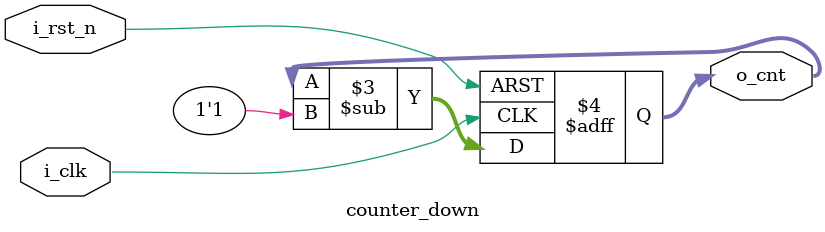
<source format=v>
module counter_down #(
	parameter WIDTH = 8
)(
	input				i_clk,
	input				i_rst_n,
	output	reg	[WIDTH-1:0]	o_cnt
);
	always @(posedge i_clk or negedge i_rst_n) begin
		if(!i_rst_n)
			o_cnt <= {WIDTH{1'b0}};
		else
			o_cnt <= o_cnt - 1'b1 ;
	end

endmodule

</source>
